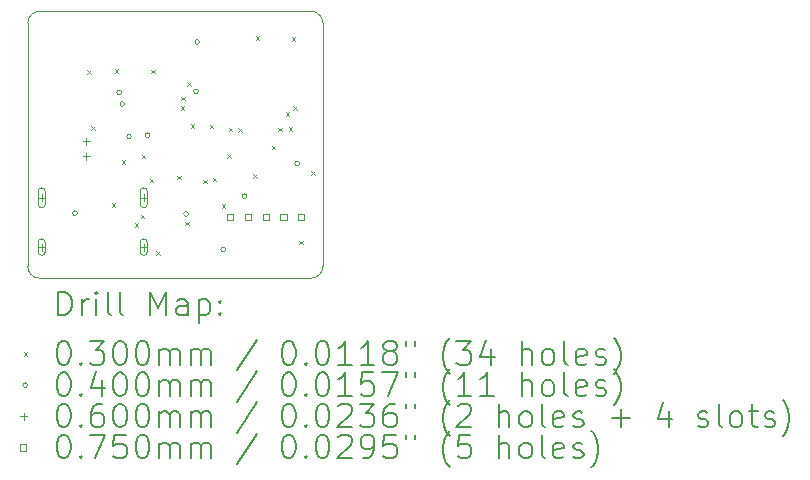
<source format=gbr>
%TF.GenerationSoftware,KiCad,Pcbnew,8.0.5-8.0.5-0~ubuntu22.04.1*%
%TF.CreationDate,2024-10-20T12:43:41-07:00*%
%TF.ProjectId,uSlime,75536c69-6d65-42e6-9b69-6361645f7063,rev?*%
%TF.SameCoordinates,Original*%
%TF.FileFunction,Drillmap*%
%TF.FilePolarity,Positive*%
%FSLAX45Y45*%
G04 Gerber Fmt 4.5, Leading zero omitted, Abs format (unit mm)*
G04 Created by KiCad (PCBNEW 8.0.5-8.0.5-0~ubuntu22.04.1) date 2024-10-20 12:43:41*
%MOMM*%
%LPD*%
G01*
G04 APERTURE LIST*
%ADD10C,0.050000*%
%ADD11C,0.200000*%
%ADD12C,0.100000*%
G04 APERTURE END LIST*
D10*
X12464289Y-8935711D02*
X10165000Y-8935000D01*
X10165000Y-11195000D02*
X12465000Y-11195000D01*
X12565000Y-11095000D02*
X12564289Y-9035711D01*
X10065000Y-9035000D02*
G75*
G02*
X10165000Y-8935000I100000J0D01*
G01*
X10065000Y-9035000D02*
X10065000Y-11095000D01*
X10165000Y-11195000D02*
G75*
G02*
X10065000Y-11095000I0J100000D01*
G01*
X12464289Y-8935711D02*
G75*
G02*
X12564289Y-9035711I1J-99999D01*
G01*
X12565000Y-11095000D02*
G75*
G02*
X12465000Y-11195000I-100000J0D01*
G01*
D11*
D12*
X10570000Y-9435000D02*
X10600000Y-9465000D01*
X10600000Y-9435000D02*
X10570000Y-9465000D01*
X10602500Y-9907500D02*
X10632500Y-9937500D01*
X10632500Y-9907500D02*
X10602500Y-9937500D01*
X10775000Y-10560000D02*
X10805000Y-10590000D01*
X10805000Y-10560000D02*
X10775000Y-10590000D01*
X10800000Y-9425000D02*
X10830000Y-9455000D01*
X10830000Y-9425000D02*
X10800000Y-9455000D01*
X10861000Y-10197300D02*
X10891000Y-10227300D01*
X10891000Y-10197300D02*
X10861000Y-10227300D01*
X10970000Y-10730000D02*
X11000000Y-10760000D01*
X11000000Y-10730000D02*
X10970000Y-10760000D01*
X11020000Y-10660000D02*
X11050000Y-10690000D01*
X11050000Y-10660000D02*
X11020000Y-10690000D01*
X11029633Y-10150000D02*
X11059633Y-10180000D01*
X11059633Y-10150000D02*
X11029633Y-10180000D01*
X11097300Y-10355000D02*
X11127300Y-10385000D01*
X11127300Y-10355000D02*
X11097300Y-10385000D01*
X11110000Y-9430000D02*
X11140000Y-9460000D01*
X11140000Y-9430000D02*
X11110000Y-9460000D01*
X11155000Y-10965000D02*
X11185000Y-10995000D01*
X11185000Y-10965000D02*
X11155000Y-10995000D01*
X11328637Y-10327606D02*
X11358637Y-10357606D01*
X11358637Y-10327606D02*
X11328637Y-10357606D01*
X11361700Y-9740000D02*
X11391700Y-9770000D01*
X11391700Y-9740000D02*
X11361700Y-9770000D01*
X11365000Y-9660000D02*
X11395000Y-9690000D01*
X11395000Y-9660000D02*
X11365000Y-9690000D01*
X11396169Y-10719082D02*
X11426169Y-10749082D01*
X11426169Y-10719082D02*
X11396169Y-10749082D01*
X11417300Y-9535000D02*
X11447300Y-9565000D01*
X11447300Y-9535000D02*
X11417300Y-9565000D01*
X11445403Y-9890403D02*
X11475403Y-9920403D01*
X11475403Y-9890403D02*
X11445403Y-9920403D01*
X11550000Y-10360000D02*
X11580000Y-10390000D01*
X11580000Y-10360000D02*
X11550000Y-10390000D01*
X11605000Y-9896422D02*
X11635000Y-9926422D01*
X11635000Y-9896422D02*
X11605000Y-9926422D01*
X11629401Y-10343007D02*
X11659401Y-10373007D01*
X11659401Y-10343007D02*
X11629401Y-10373007D01*
X11706800Y-10570000D02*
X11736800Y-10600000D01*
X11736800Y-10570000D02*
X11706800Y-10600000D01*
X11752300Y-10145000D02*
X11782300Y-10175000D01*
X11782300Y-10145000D02*
X11752300Y-10175000D01*
X11765000Y-9920000D02*
X11795000Y-9950000D01*
X11795000Y-9920000D02*
X11765000Y-9950000D01*
X11845000Y-9925000D02*
X11875000Y-9955000D01*
X11875000Y-9925000D02*
X11845000Y-9955000D01*
X11975000Y-10313400D02*
X12005000Y-10343400D01*
X12005000Y-10313400D02*
X11975000Y-10343400D01*
X11995000Y-9145000D02*
X12025000Y-9175000D01*
X12025000Y-9145000D02*
X11995000Y-9175000D01*
X12130495Y-10072598D02*
X12160495Y-10102598D01*
X12160495Y-10072598D02*
X12130495Y-10102598D01*
X12187300Y-9922804D02*
X12217300Y-9952804D01*
X12217300Y-9922804D02*
X12187300Y-9952804D01*
X12250800Y-9789037D02*
X12280800Y-9819037D01*
X12280800Y-9789037D02*
X12250800Y-9819037D01*
X12274925Y-9916526D02*
X12304925Y-9946526D01*
X12304925Y-9916526D02*
X12274925Y-9946526D01*
X12300000Y-9155000D02*
X12330000Y-9185000D01*
X12330000Y-9155000D02*
X12300000Y-9185000D01*
X12315000Y-9740000D02*
X12345000Y-9770000D01*
X12345000Y-9740000D02*
X12315000Y-9770000D01*
X12365000Y-10880000D02*
X12395000Y-10910000D01*
X12395000Y-10880000D02*
X12365000Y-10910000D01*
X12467463Y-10290224D02*
X12497463Y-10320224D01*
X12497463Y-10290224D02*
X12467463Y-10320224D01*
X10485000Y-10645000D02*
G75*
G02*
X10445000Y-10645000I-20000J0D01*
G01*
X10445000Y-10645000D02*
G75*
G02*
X10485000Y-10645000I20000J0D01*
G01*
X10860000Y-9625000D02*
G75*
G02*
X10820000Y-9625000I-20000J0D01*
G01*
X10820000Y-9625000D02*
G75*
G02*
X10860000Y-9625000I20000J0D01*
G01*
X10885000Y-9720000D02*
G75*
G02*
X10845000Y-9720000I-20000J0D01*
G01*
X10845000Y-9720000D02*
G75*
G02*
X10885000Y-9720000I20000J0D01*
G01*
X10942300Y-9995000D02*
G75*
G02*
X10902300Y-9995000I-20000J0D01*
G01*
X10902300Y-9995000D02*
G75*
G02*
X10942300Y-9995000I20000J0D01*
G01*
X11100000Y-9985000D02*
G75*
G02*
X11060000Y-9985000I-20000J0D01*
G01*
X11060000Y-9985000D02*
G75*
G02*
X11100000Y-9985000I20000J0D01*
G01*
X11425790Y-10650790D02*
G75*
G02*
X11385790Y-10650790I-20000J0D01*
G01*
X11385790Y-10650790D02*
G75*
G02*
X11425790Y-10650790I20000J0D01*
G01*
X11510000Y-9612300D02*
G75*
G02*
X11470000Y-9612300I-20000J0D01*
G01*
X11470000Y-9612300D02*
G75*
G02*
X11510000Y-9612300I20000J0D01*
G01*
X11520000Y-9195000D02*
G75*
G02*
X11480000Y-9195000I-20000J0D01*
G01*
X11480000Y-9195000D02*
G75*
G02*
X11520000Y-9195000I20000J0D01*
G01*
X11740000Y-10952700D02*
G75*
G02*
X11700000Y-10952700I-20000J0D01*
G01*
X11700000Y-10952700D02*
G75*
G02*
X11740000Y-10952700I20000J0D01*
G01*
X11920000Y-10500000D02*
G75*
G02*
X11880000Y-10500000I-20000J0D01*
G01*
X11880000Y-10500000D02*
G75*
G02*
X11920000Y-10500000I20000J0D01*
G01*
X12366494Y-10226122D02*
G75*
G02*
X12326494Y-10226122I-20000J0D01*
G01*
X12326494Y-10226122D02*
G75*
G02*
X12366494Y-10226122I20000J0D01*
G01*
X10183000Y-10484500D02*
X10183000Y-10544500D01*
X10153000Y-10514500D02*
X10213000Y-10514500D01*
X10153000Y-10459500D02*
X10153000Y-10569500D01*
X10213000Y-10569500D02*
G75*
G02*
X10153000Y-10569500I-30000J0D01*
G01*
X10213000Y-10569500D02*
X10213000Y-10459500D01*
X10213000Y-10459500D02*
G75*
G03*
X10153000Y-10459500I-30000J0D01*
G01*
X10183000Y-10902500D02*
X10183000Y-10962500D01*
X10153000Y-10932500D02*
X10213000Y-10932500D01*
X10153000Y-10892500D02*
X10153000Y-10972500D01*
X10213000Y-10972500D02*
G75*
G02*
X10153000Y-10972500I-30000J0D01*
G01*
X10213000Y-10972500D02*
X10213000Y-10892500D01*
X10213000Y-10892500D02*
G75*
G03*
X10153000Y-10892500I-30000J0D01*
G01*
X10561900Y-10007500D02*
X10561900Y-10067500D01*
X10531900Y-10037500D02*
X10591900Y-10037500D01*
X10561900Y-10132500D02*
X10561900Y-10192500D01*
X10531900Y-10162500D02*
X10591900Y-10162500D01*
X11047000Y-10484500D02*
X11047000Y-10544500D01*
X11017000Y-10514500D02*
X11077000Y-10514500D01*
X11017000Y-10459500D02*
X11017000Y-10569500D01*
X11077000Y-10569500D02*
G75*
G02*
X11017000Y-10569500I-30000J0D01*
G01*
X11077000Y-10569500D02*
X11077000Y-10459500D01*
X11077000Y-10459500D02*
G75*
G03*
X11017000Y-10459500I-30000J0D01*
G01*
X11047000Y-10902500D02*
X11047000Y-10962500D01*
X11017000Y-10932500D02*
X11077000Y-10932500D01*
X11017000Y-10892500D02*
X11017000Y-10972500D01*
X11077000Y-10972500D02*
G75*
G02*
X11017000Y-10972500I-30000J0D01*
G01*
X11077000Y-10972500D02*
X11077000Y-10892500D01*
X11077000Y-10892500D02*
G75*
G03*
X11017000Y-10892500I-30000J0D01*
G01*
X11806017Y-10706517D02*
X11806017Y-10653483D01*
X11752983Y-10653483D01*
X11752983Y-10706517D01*
X11806017Y-10706517D01*
X11956017Y-10706517D02*
X11956017Y-10653483D01*
X11902983Y-10653483D01*
X11902983Y-10706517D01*
X11956017Y-10706517D01*
X12106017Y-10706517D02*
X12106017Y-10653483D01*
X12052983Y-10653483D01*
X12052983Y-10706517D01*
X12106017Y-10706517D01*
X12256017Y-10706517D02*
X12256017Y-10653483D01*
X12202983Y-10653483D01*
X12202983Y-10706517D01*
X12256017Y-10706517D01*
X12406017Y-10706517D02*
X12406017Y-10653483D01*
X12352983Y-10653483D01*
X12352983Y-10706517D01*
X12406017Y-10706517D01*
D11*
X10323277Y-11508984D02*
X10323277Y-11308984D01*
X10323277Y-11308984D02*
X10370896Y-11308984D01*
X10370896Y-11308984D02*
X10399467Y-11318508D01*
X10399467Y-11318508D02*
X10418515Y-11337555D01*
X10418515Y-11337555D02*
X10428039Y-11356603D01*
X10428039Y-11356603D02*
X10437563Y-11394698D01*
X10437563Y-11394698D02*
X10437563Y-11423269D01*
X10437563Y-11423269D02*
X10428039Y-11461365D01*
X10428039Y-11461365D02*
X10418515Y-11480412D01*
X10418515Y-11480412D02*
X10399467Y-11499460D01*
X10399467Y-11499460D02*
X10370896Y-11508984D01*
X10370896Y-11508984D02*
X10323277Y-11508984D01*
X10523277Y-11508984D02*
X10523277Y-11375650D01*
X10523277Y-11413746D02*
X10532801Y-11394698D01*
X10532801Y-11394698D02*
X10542324Y-11385174D01*
X10542324Y-11385174D02*
X10561372Y-11375650D01*
X10561372Y-11375650D02*
X10580420Y-11375650D01*
X10647086Y-11508984D02*
X10647086Y-11375650D01*
X10647086Y-11308984D02*
X10637563Y-11318508D01*
X10637563Y-11318508D02*
X10647086Y-11328031D01*
X10647086Y-11328031D02*
X10656610Y-11318508D01*
X10656610Y-11318508D02*
X10647086Y-11308984D01*
X10647086Y-11308984D02*
X10647086Y-11328031D01*
X10770896Y-11508984D02*
X10751848Y-11499460D01*
X10751848Y-11499460D02*
X10742324Y-11480412D01*
X10742324Y-11480412D02*
X10742324Y-11308984D01*
X10875658Y-11508984D02*
X10856610Y-11499460D01*
X10856610Y-11499460D02*
X10847086Y-11480412D01*
X10847086Y-11480412D02*
X10847086Y-11308984D01*
X11104229Y-11508984D02*
X11104229Y-11308984D01*
X11104229Y-11308984D02*
X11170896Y-11451841D01*
X11170896Y-11451841D02*
X11237562Y-11308984D01*
X11237562Y-11308984D02*
X11237562Y-11508984D01*
X11418515Y-11508984D02*
X11418515Y-11404222D01*
X11418515Y-11404222D02*
X11408991Y-11385174D01*
X11408991Y-11385174D02*
X11389943Y-11375650D01*
X11389943Y-11375650D02*
X11351848Y-11375650D01*
X11351848Y-11375650D02*
X11332801Y-11385174D01*
X11418515Y-11499460D02*
X11399467Y-11508984D01*
X11399467Y-11508984D02*
X11351848Y-11508984D01*
X11351848Y-11508984D02*
X11332801Y-11499460D01*
X11332801Y-11499460D02*
X11323277Y-11480412D01*
X11323277Y-11480412D02*
X11323277Y-11461365D01*
X11323277Y-11461365D02*
X11332801Y-11442317D01*
X11332801Y-11442317D02*
X11351848Y-11432793D01*
X11351848Y-11432793D02*
X11399467Y-11432793D01*
X11399467Y-11432793D02*
X11418515Y-11423269D01*
X11513753Y-11375650D02*
X11513753Y-11575650D01*
X11513753Y-11385174D02*
X11532801Y-11375650D01*
X11532801Y-11375650D02*
X11570896Y-11375650D01*
X11570896Y-11375650D02*
X11589943Y-11385174D01*
X11589943Y-11385174D02*
X11599467Y-11394698D01*
X11599467Y-11394698D02*
X11608991Y-11413746D01*
X11608991Y-11413746D02*
X11608991Y-11470888D01*
X11608991Y-11470888D02*
X11599467Y-11489936D01*
X11599467Y-11489936D02*
X11589943Y-11499460D01*
X11589943Y-11499460D02*
X11570896Y-11508984D01*
X11570896Y-11508984D02*
X11532801Y-11508984D01*
X11532801Y-11508984D02*
X11513753Y-11499460D01*
X11694705Y-11489936D02*
X11704229Y-11499460D01*
X11704229Y-11499460D02*
X11694705Y-11508984D01*
X11694705Y-11508984D02*
X11685182Y-11499460D01*
X11685182Y-11499460D02*
X11694705Y-11489936D01*
X11694705Y-11489936D02*
X11694705Y-11508984D01*
X11694705Y-11385174D02*
X11704229Y-11394698D01*
X11704229Y-11394698D02*
X11694705Y-11404222D01*
X11694705Y-11404222D02*
X11685182Y-11394698D01*
X11685182Y-11394698D02*
X11694705Y-11385174D01*
X11694705Y-11385174D02*
X11694705Y-11404222D01*
D12*
X10032500Y-11822500D02*
X10062500Y-11852500D01*
X10062500Y-11822500D02*
X10032500Y-11852500D01*
D11*
X10361372Y-11728984D02*
X10380420Y-11728984D01*
X10380420Y-11728984D02*
X10399467Y-11738508D01*
X10399467Y-11738508D02*
X10408991Y-11748031D01*
X10408991Y-11748031D02*
X10418515Y-11767079D01*
X10418515Y-11767079D02*
X10428039Y-11805174D01*
X10428039Y-11805174D02*
X10428039Y-11852793D01*
X10428039Y-11852793D02*
X10418515Y-11890888D01*
X10418515Y-11890888D02*
X10408991Y-11909936D01*
X10408991Y-11909936D02*
X10399467Y-11919460D01*
X10399467Y-11919460D02*
X10380420Y-11928984D01*
X10380420Y-11928984D02*
X10361372Y-11928984D01*
X10361372Y-11928984D02*
X10342324Y-11919460D01*
X10342324Y-11919460D02*
X10332801Y-11909936D01*
X10332801Y-11909936D02*
X10323277Y-11890888D01*
X10323277Y-11890888D02*
X10313753Y-11852793D01*
X10313753Y-11852793D02*
X10313753Y-11805174D01*
X10313753Y-11805174D02*
X10323277Y-11767079D01*
X10323277Y-11767079D02*
X10332801Y-11748031D01*
X10332801Y-11748031D02*
X10342324Y-11738508D01*
X10342324Y-11738508D02*
X10361372Y-11728984D01*
X10513753Y-11909936D02*
X10523277Y-11919460D01*
X10523277Y-11919460D02*
X10513753Y-11928984D01*
X10513753Y-11928984D02*
X10504229Y-11919460D01*
X10504229Y-11919460D02*
X10513753Y-11909936D01*
X10513753Y-11909936D02*
X10513753Y-11928984D01*
X10589944Y-11728984D02*
X10713753Y-11728984D01*
X10713753Y-11728984D02*
X10647086Y-11805174D01*
X10647086Y-11805174D02*
X10675658Y-11805174D01*
X10675658Y-11805174D02*
X10694705Y-11814698D01*
X10694705Y-11814698D02*
X10704229Y-11824222D01*
X10704229Y-11824222D02*
X10713753Y-11843269D01*
X10713753Y-11843269D02*
X10713753Y-11890888D01*
X10713753Y-11890888D02*
X10704229Y-11909936D01*
X10704229Y-11909936D02*
X10694705Y-11919460D01*
X10694705Y-11919460D02*
X10675658Y-11928984D01*
X10675658Y-11928984D02*
X10618515Y-11928984D01*
X10618515Y-11928984D02*
X10599467Y-11919460D01*
X10599467Y-11919460D02*
X10589944Y-11909936D01*
X10837563Y-11728984D02*
X10856610Y-11728984D01*
X10856610Y-11728984D02*
X10875658Y-11738508D01*
X10875658Y-11738508D02*
X10885182Y-11748031D01*
X10885182Y-11748031D02*
X10894705Y-11767079D01*
X10894705Y-11767079D02*
X10904229Y-11805174D01*
X10904229Y-11805174D02*
X10904229Y-11852793D01*
X10904229Y-11852793D02*
X10894705Y-11890888D01*
X10894705Y-11890888D02*
X10885182Y-11909936D01*
X10885182Y-11909936D02*
X10875658Y-11919460D01*
X10875658Y-11919460D02*
X10856610Y-11928984D01*
X10856610Y-11928984D02*
X10837563Y-11928984D01*
X10837563Y-11928984D02*
X10818515Y-11919460D01*
X10818515Y-11919460D02*
X10808991Y-11909936D01*
X10808991Y-11909936D02*
X10799467Y-11890888D01*
X10799467Y-11890888D02*
X10789944Y-11852793D01*
X10789944Y-11852793D02*
X10789944Y-11805174D01*
X10789944Y-11805174D02*
X10799467Y-11767079D01*
X10799467Y-11767079D02*
X10808991Y-11748031D01*
X10808991Y-11748031D02*
X10818515Y-11738508D01*
X10818515Y-11738508D02*
X10837563Y-11728984D01*
X11028039Y-11728984D02*
X11047086Y-11728984D01*
X11047086Y-11728984D02*
X11066134Y-11738508D01*
X11066134Y-11738508D02*
X11075658Y-11748031D01*
X11075658Y-11748031D02*
X11085182Y-11767079D01*
X11085182Y-11767079D02*
X11094705Y-11805174D01*
X11094705Y-11805174D02*
X11094705Y-11852793D01*
X11094705Y-11852793D02*
X11085182Y-11890888D01*
X11085182Y-11890888D02*
X11075658Y-11909936D01*
X11075658Y-11909936D02*
X11066134Y-11919460D01*
X11066134Y-11919460D02*
X11047086Y-11928984D01*
X11047086Y-11928984D02*
X11028039Y-11928984D01*
X11028039Y-11928984D02*
X11008991Y-11919460D01*
X11008991Y-11919460D02*
X10999467Y-11909936D01*
X10999467Y-11909936D02*
X10989944Y-11890888D01*
X10989944Y-11890888D02*
X10980420Y-11852793D01*
X10980420Y-11852793D02*
X10980420Y-11805174D01*
X10980420Y-11805174D02*
X10989944Y-11767079D01*
X10989944Y-11767079D02*
X10999467Y-11748031D01*
X10999467Y-11748031D02*
X11008991Y-11738508D01*
X11008991Y-11738508D02*
X11028039Y-11728984D01*
X11180420Y-11928984D02*
X11180420Y-11795650D01*
X11180420Y-11814698D02*
X11189943Y-11805174D01*
X11189943Y-11805174D02*
X11208991Y-11795650D01*
X11208991Y-11795650D02*
X11237563Y-11795650D01*
X11237563Y-11795650D02*
X11256610Y-11805174D01*
X11256610Y-11805174D02*
X11266134Y-11824222D01*
X11266134Y-11824222D02*
X11266134Y-11928984D01*
X11266134Y-11824222D02*
X11275658Y-11805174D01*
X11275658Y-11805174D02*
X11294705Y-11795650D01*
X11294705Y-11795650D02*
X11323277Y-11795650D01*
X11323277Y-11795650D02*
X11342324Y-11805174D01*
X11342324Y-11805174D02*
X11351848Y-11824222D01*
X11351848Y-11824222D02*
X11351848Y-11928984D01*
X11447086Y-11928984D02*
X11447086Y-11795650D01*
X11447086Y-11814698D02*
X11456610Y-11805174D01*
X11456610Y-11805174D02*
X11475658Y-11795650D01*
X11475658Y-11795650D02*
X11504229Y-11795650D01*
X11504229Y-11795650D02*
X11523277Y-11805174D01*
X11523277Y-11805174D02*
X11532801Y-11824222D01*
X11532801Y-11824222D02*
X11532801Y-11928984D01*
X11532801Y-11824222D02*
X11542324Y-11805174D01*
X11542324Y-11805174D02*
X11561372Y-11795650D01*
X11561372Y-11795650D02*
X11589943Y-11795650D01*
X11589943Y-11795650D02*
X11608991Y-11805174D01*
X11608991Y-11805174D02*
X11618515Y-11824222D01*
X11618515Y-11824222D02*
X11618515Y-11928984D01*
X12008991Y-11719460D02*
X11837563Y-11976603D01*
X12266134Y-11728984D02*
X12285182Y-11728984D01*
X12285182Y-11728984D02*
X12304229Y-11738508D01*
X12304229Y-11738508D02*
X12313753Y-11748031D01*
X12313753Y-11748031D02*
X12323277Y-11767079D01*
X12323277Y-11767079D02*
X12332801Y-11805174D01*
X12332801Y-11805174D02*
X12332801Y-11852793D01*
X12332801Y-11852793D02*
X12323277Y-11890888D01*
X12323277Y-11890888D02*
X12313753Y-11909936D01*
X12313753Y-11909936D02*
X12304229Y-11919460D01*
X12304229Y-11919460D02*
X12285182Y-11928984D01*
X12285182Y-11928984D02*
X12266134Y-11928984D01*
X12266134Y-11928984D02*
X12247086Y-11919460D01*
X12247086Y-11919460D02*
X12237563Y-11909936D01*
X12237563Y-11909936D02*
X12228039Y-11890888D01*
X12228039Y-11890888D02*
X12218515Y-11852793D01*
X12218515Y-11852793D02*
X12218515Y-11805174D01*
X12218515Y-11805174D02*
X12228039Y-11767079D01*
X12228039Y-11767079D02*
X12237563Y-11748031D01*
X12237563Y-11748031D02*
X12247086Y-11738508D01*
X12247086Y-11738508D02*
X12266134Y-11728984D01*
X12418515Y-11909936D02*
X12428039Y-11919460D01*
X12428039Y-11919460D02*
X12418515Y-11928984D01*
X12418515Y-11928984D02*
X12408991Y-11919460D01*
X12408991Y-11919460D02*
X12418515Y-11909936D01*
X12418515Y-11909936D02*
X12418515Y-11928984D01*
X12551848Y-11728984D02*
X12570896Y-11728984D01*
X12570896Y-11728984D02*
X12589944Y-11738508D01*
X12589944Y-11738508D02*
X12599467Y-11748031D01*
X12599467Y-11748031D02*
X12608991Y-11767079D01*
X12608991Y-11767079D02*
X12618515Y-11805174D01*
X12618515Y-11805174D02*
X12618515Y-11852793D01*
X12618515Y-11852793D02*
X12608991Y-11890888D01*
X12608991Y-11890888D02*
X12599467Y-11909936D01*
X12599467Y-11909936D02*
X12589944Y-11919460D01*
X12589944Y-11919460D02*
X12570896Y-11928984D01*
X12570896Y-11928984D02*
X12551848Y-11928984D01*
X12551848Y-11928984D02*
X12532801Y-11919460D01*
X12532801Y-11919460D02*
X12523277Y-11909936D01*
X12523277Y-11909936D02*
X12513753Y-11890888D01*
X12513753Y-11890888D02*
X12504229Y-11852793D01*
X12504229Y-11852793D02*
X12504229Y-11805174D01*
X12504229Y-11805174D02*
X12513753Y-11767079D01*
X12513753Y-11767079D02*
X12523277Y-11748031D01*
X12523277Y-11748031D02*
X12532801Y-11738508D01*
X12532801Y-11738508D02*
X12551848Y-11728984D01*
X12808991Y-11928984D02*
X12694706Y-11928984D01*
X12751848Y-11928984D02*
X12751848Y-11728984D01*
X12751848Y-11728984D02*
X12732801Y-11757555D01*
X12732801Y-11757555D02*
X12713753Y-11776603D01*
X12713753Y-11776603D02*
X12694706Y-11786127D01*
X12999467Y-11928984D02*
X12885182Y-11928984D01*
X12942325Y-11928984D02*
X12942325Y-11728984D01*
X12942325Y-11728984D02*
X12923277Y-11757555D01*
X12923277Y-11757555D02*
X12904229Y-11776603D01*
X12904229Y-11776603D02*
X12885182Y-11786127D01*
X13113753Y-11814698D02*
X13094706Y-11805174D01*
X13094706Y-11805174D02*
X13085182Y-11795650D01*
X13085182Y-11795650D02*
X13075658Y-11776603D01*
X13075658Y-11776603D02*
X13075658Y-11767079D01*
X13075658Y-11767079D02*
X13085182Y-11748031D01*
X13085182Y-11748031D02*
X13094706Y-11738508D01*
X13094706Y-11738508D02*
X13113753Y-11728984D01*
X13113753Y-11728984D02*
X13151848Y-11728984D01*
X13151848Y-11728984D02*
X13170896Y-11738508D01*
X13170896Y-11738508D02*
X13180420Y-11748031D01*
X13180420Y-11748031D02*
X13189944Y-11767079D01*
X13189944Y-11767079D02*
X13189944Y-11776603D01*
X13189944Y-11776603D02*
X13180420Y-11795650D01*
X13180420Y-11795650D02*
X13170896Y-11805174D01*
X13170896Y-11805174D02*
X13151848Y-11814698D01*
X13151848Y-11814698D02*
X13113753Y-11814698D01*
X13113753Y-11814698D02*
X13094706Y-11824222D01*
X13094706Y-11824222D02*
X13085182Y-11833746D01*
X13085182Y-11833746D02*
X13075658Y-11852793D01*
X13075658Y-11852793D02*
X13075658Y-11890888D01*
X13075658Y-11890888D02*
X13085182Y-11909936D01*
X13085182Y-11909936D02*
X13094706Y-11919460D01*
X13094706Y-11919460D02*
X13113753Y-11928984D01*
X13113753Y-11928984D02*
X13151848Y-11928984D01*
X13151848Y-11928984D02*
X13170896Y-11919460D01*
X13170896Y-11919460D02*
X13180420Y-11909936D01*
X13180420Y-11909936D02*
X13189944Y-11890888D01*
X13189944Y-11890888D02*
X13189944Y-11852793D01*
X13189944Y-11852793D02*
X13180420Y-11833746D01*
X13180420Y-11833746D02*
X13170896Y-11824222D01*
X13170896Y-11824222D02*
X13151848Y-11814698D01*
X13266134Y-11728984D02*
X13266134Y-11767079D01*
X13342325Y-11728984D02*
X13342325Y-11767079D01*
X13637563Y-12005174D02*
X13628039Y-11995650D01*
X13628039Y-11995650D02*
X13608991Y-11967079D01*
X13608991Y-11967079D02*
X13599468Y-11948031D01*
X13599468Y-11948031D02*
X13589944Y-11919460D01*
X13589944Y-11919460D02*
X13580420Y-11871841D01*
X13580420Y-11871841D02*
X13580420Y-11833746D01*
X13580420Y-11833746D02*
X13589944Y-11786127D01*
X13589944Y-11786127D02*
X13599468Y-11757555D01*
X13599468Y-11757555D02*
X13608991Y-11738508D01*
X13608991Y-11738508D02*
X13628039Y-11709936D01*
X13628039Y-11709936D02*
X13637563Y-11700412D01*
X13694706Y-11728984D02*
X13818515Y-11728984D01*
X13818515Y-11728984D02*
X13751848Y-11805174D01*
X13751848Y-11805174D02*
X13780420Y-11805174D01*
X13780420Y-11805174D02*
X13799468Y-11814698D01*
X13799468Y-11814698D02*
X13808991Y-11824222D01*
X13808991Y-11824222D02*
X13818515Y-11843269D01*
X13818515Y-11843269D02*
X13818515Y-11890888D01*
X13818515Y-11890888D02*
X13808991Y-11909936D01*
X13808991Y-11909936D02*
X13799468Y-11919460D01*
X13799468Y-11919460D02*
X13780420Y-11928984D01*
X13780420Y-11928984D02*
X13723277Y-11928984D01*
X13723277Y-11928984D02*
X13704229Y-11919460D01*
X13704229Y-11919460D02*
X13694706Y-11909936D01*
X13989944Y-11795650D02*
X13989944Y-11928984D01*
X13942325Y-11719460D02*
X13894706Y-11862317D01*
X13894706Y-11862317D02*
X14018515Y-11862317D01*
X14247087Y-11928984D02*
X14247087Y-11728984D01*
X14332801Y-11928984D02*
X14332801Y-11824222D01*
X14332801Y-11824222D02*
X14323277Y-11805174D01*
X14323277Y-11805174D02*
X14304230Y-11795650D01*
X14304230Y-11795650D02*
X14275658Y-11795650D01*
X14275658Y-11795650D02*
X14256610Y-11805174D01*
X14256610Y-11805174D02*
X14247087Y-11814698D01*
X14456610Y-11928984D02*
X14437563Y-11919460D01*
X14437563Y-11919460D02*
X14428039Y-11909936D01*
X14428039Y-11909936D02*
X14418515Y-11890888D01*
X14418515Y-11890888D02*
X14418515Y-11833746D01*
X14418515Y-11833746D02*
X14428039Y-11814698D01*
X14428039Y-11814698D02*
X14437563Y-11805174D01*
X14437563Y-11805174D02*
X14456610Y-11795650D01*
X14456610Y-11795650D02*
X14485182Y-11795650D01*
X14485182Y-11795650D02*
X14504230Y-11805174D01*
X14504230Y-11805174D02*
X14513753Y-11814698D01*
X14513753Y-11814698D02*
X14523277Y-11833746D01*
X14523277Y-11833746D02*
X14523277Y-11890888D01*
X14523277Y-11890888D02*
X14513753Y-11909936D01*
X14513753Y-11909936D02*
X14504230Y-11919460D01*
X14504230Y-11919460D02*
X14485182Y-11928984D01*
X14485182Y-11928984D02*
X14456610Y-11928984D01*
X14637563Y-11928984D02*
X14618515Y-11919460D01*
X14618515Y-11919460D02*
X14608991Y-11900412D01*
X14608991Y-11900412D02*
X14608991Y-11728984D01*
X14789944Y-11919460D02*
X14770896Y-11928984D01*
X14770896Y-11928984D02*
X14732801Y-11928984D01*
X14732801Y-11928984D02*
X14713753Y-11919460D01*
X14713753Y-11919460D02*
X14704230Y-11900412D01*
X14704230Y-11900412D02*
X14704230Y-11824222D01*
X14704230Y-11824222D02*
X14713753Y-11805174D01*
X14713753Y-11805174D02*
X14732801Y-11795650D01*
X14732801Y-11795650D02*
X14770896Y-11795650D01*
X14770896Y-11795650D02*
X14789944Y-11805174D01*
X14789944Y-11805174D02*
X14799468Y-11824222D01*
X14799468Y-11824222D02*
X14799468Y-11843269D01*
X14799468Y-11843269D02*
X14704230Y-11862317D01*
X14875658Y-11919460D02*
X14894706Y-11928984D01*
X14894706Y-11928984D02*
X14932801Y-11928984D01*
X14932801Y-11928984D02*
X14951849Y-11919460D01*
X14951849Y-11919460D02*
X14961372Y-11900412D01*
X14961372Y-11900412D02*
X14961372Y-11890888D01*
X14961372Y-11890888D02*
X14951849Y-11871841D01*
X14951849Y-11871841D02*
X14932801Y-11862317D01*
X14932801Y-11862317D02*
X14904230Y-11862317D01*
X14904230Y-11862317D02*
X14885182Y-11852793D01*
X14885182Y-11852793D02*
X14875658Y-11833746D01*
X14875658Y-11833746D02*
X14875658Y-11824222D01*
X14875658Y-11824222D02*
X14885182Y-11805174D01*
X14885182Y-11805174D02*
X14904230Y-11795650D01*
X14904230Y-11795650D02*
X14932801Y-11795650D01*
X14932801Y-11795650D02*
X14951849Y-11805174D01*
X15028039Y-12005174D02*
X15037563Y-11995650D01*
X15037563Y-11995650D02*
X15056611Y-11967079D01*
X15056611Y-11967079D02*
X15066134Y-11948031D01*
X15066134Y-11948031D02*
X15075658Y-11919460D01*
X15075658Y-11919460D02*
X15085182Y-11871841D01*
X15085182Y-11871841D02*
X15085182Y-11833746D01*
X15085182Y-11833746D02*
X15075658Y-11786127D01*
X15075658Y-11786127D02*
X15066134Y-11757555D01*
X15066134Y-11757555D02*
X15056611Y-11738508D01*
X15056611Y-11738508D02*
X15037563Y-11709936D01*
X15037563Y-11709936D02*
X15028039Y-11700412D01*
D12*
X10062500Y-12101500D02*
G75*
G02*
X10022500Y-12101500I-20000J0D01*
G01*
X10022500Y-12101500D02*
G75*
G02*
X10062500Y-12101500I20000J0D01*
G01*
D11*
X10361372Y-11992984D02*
X10380420Y-11992984D01*
X10380420Y-11992984D02*
X10399467Y-12002508D01*
X10399467Y-12002508D02*
X10408991Y-12012031D01*
X10408991Y-12012031D02*
X10418515Y-12031079D01*
X10418515Y-12031079D02*
X10428039Y-12069174D01*
X10428039Y-12069174D02*
X10428039Y-12116793D01*
X10428039Y-12116793D02*
X10418515Y-12154888D01*
X10418515Y-12154888D02*
X10408991Y-12173936D01*
X10408991Y-12173936D02*
X10399467Y-12183460D01*
X10399467Y-12183460D02*
X10380420Y-12192984D01*
X10380420Y-12192984D02*
X10361372Y-12192984D01*
X10361372Y-12192984D02*
X10342324Y-12183460D01*
X10342324Y-12183460D02*
X10332801Y-12173936D01*
X10332801Y-12173936D02*
X10323277Y-12154888D01*
X10323277Y-12154888D02*
X10313753Y-12116793D01*
X10313753Y-12116793D02*
X10313753Y-12069174D01*
X10313753Y-12069174D02*
X10323277Y-12031079D01*
X10323277Y-12031079D02*
X10332801Y-12012031D01*
X10332801Y-12012031D02*
X10342324Y-12002508D01*
X10342324Y-12002508D02*
X10361372Y-11992984D01*
X10513753Y-12173936D02*
X10523277Y-12183460D01*
X10523277Y-12183460D02*
X10513753Y-12192984D01*
X10513753Y-12192984D02*
X10504229Y-12183460D01*
X10504229Y-12183460D02*
X10513753Y-12173936D01*
X10513753Y-12173936D02*
X10513753Y-12192984D01*
X10694705Y-12059650D02*
X10694705Y-12192984D01*
X10647086Y-11983460D02*
X10599467Y-12126317D01*
X10599467Y-12126317D02*
X10723277Y-12126317D01*
X10837563Y-11992984D02*
X10856610Y-11992984D01*
X10856610Y-11992984D02*
X10875658Y-12002508D01*
X10875658Y-12002508D02*
X10885182Y-12012031D01*
X10885182Y-12012031D02*
X10894705Y-12031079D01*
X10894705Y-12031079D02*
X10904229Y-12069174D01*
X10904229Y-12069174D02*
X10904229Y-12116793D01*
X10904229Y-12116793D02*
X10894705Y-12154888D01*
X10894705Y-12154888D02*
X10885182Y-12173936D01*
X10885182Y-12173936D02*
X10875658Y-12183460D01*
X10875658Y-12183460D02*
X10856610Y-12192984D01*
X10856610Y-12192984D02*
X10837563Y-12192984D01*
X10837563Y-12192984D02*
X10818515Y-12183460D01*
X10818515Y-12183460D02*
X10808991Y-12173936D01*
X10808991Y-12173936D02*
X10799467Y-12154888D01*
X10799467Y-12154888D02*
X10789944Y-12116793D01*
X10789944Y-12116793D02*
X10789944Y-12069174D01*
X10789944Y-12069174D02*
X10799467Y-12031079D01*
X10799467Y-12031079D02*
X10808991Y-12012031D01*
X10808991Y-12012031D02*
X10818515Y-12002508D01*
X10818515Y-12002508D02*
X10837563Y-11992984D01*
X11028039Y-11992984D02*
X11047086Y-11992984D01*
X11047086Y-11992984D02*
X11066134Y-12002508D01*
X11066134Y-12002508D02*
X11075658Y-12012031D01*
X11075658Y-12012031D02*
X11085182Y-12031079D01*
X11085182Y-12031079D02*
X11094705Y-12069174D01*
X11094705Y-12069174D02*
X11094705Y-12116793D01*
X11094705Y-12116793D02*
X11085182Y-12154888D01*
X11085182Y-12154888D02*
X11075658Y-12173936D01*
X11075658Y-12173936D02*
X11066134Y-12183460D01*
X11066134Y-12183460D02*
X11047086Y-12192984D01*
X11047086Y-12192984D02*
X11028039Y-12192984D01*
X11028039Y-12192984D02*
X11008991Y-12183460D01*
X11008991Y-12183460D02*
X10999467Y-12173936D01*
X10999467Y-12173936D02*
X10989944Y-12154888D01*
X10989944Y-12154888D02*
X10980420Y-12116793D01*
X10980420Y-12116793D02*
X10980420Y-12069174D01*
X10980420Y-12069174D02*
X10989944Y-12031079D01*
X10989944Y-12031079D02*
X10999467Y-12012031D01*
X10999467Y-12012031D02*
X11008991Y-12002508D01*
X11008991Y-12002508D02*
X11028039Y-11992984D01*
X11180420Y-12192984D02*
X11180420Y-12059650D01*
X11180420Y-12078698D02*
X11189943Y-12069174D01*
X11189943Y-12069174D02*
X11208991Y-12059650D01*
X11208991Y-12059650D02*
X11237563Y-12059650D01*
X11237563Y-12059650D02*
X11256610Y-12069174D01*
X11256610Y-12069174D02*
X11266134Y-12088222D01*
X11266134Y-12088222D02*
X11266134Y-12192984D01*
X11266134Y-12088222D02*
X11275658Y-12069174D01*
X11275658Y-12069174D02*
X11294705Y-12059650D01*
X11294705Y-12059650D02*
X11323277Y-12059650D01*
X11323277Y-12059650D02*
X11342324Y-12069174D01*
X11342324Y-12069174D02*
X11351848Y-12088222D01*
X11351848Y-12088222D02*
X11351848Y-12192984D01*
X11447086Y-12192984D02*
X11447086Y-12059650D01*
X11447086Y-12078698D02*
X11456610Y-12069174D01*
X11456610Y-12069174D02*
X11475658Y-12059650D01*
X11475658Y-12059650D02*
X11504229Y-12059650D01*
X11504229Y-12059650D02*
X11523277Y-12069174D01*
X11523277Y-12069174D02*
X11532801Y-12088222D01*
X11532801Y-12088222D02*
X11532801Y-12192984D01*
X11532801Y-12088222D02*
X11542324Y-12069174D01*
X11542324Y-12069174D02*
X11561372Y-12059650D01*
X11561372Y-12059650D02*
X11589943Y-12059650D01*
X11589943Y-12059650D02*
X11608991Y-12069174D01*
X11608991Y-12069174D02*
X11618515Y-12088222D01*
X11618515Y-12088222D02*
X11618515Y-12192984D01*
X12008991Y-11983460D02*
X11837563Y-12240603D01*
X12266134Y-11992984D02*
X12285182Y-11992984D01*
X12285182Y-11992984D02*
X12304229Y-12002508D01*
X12304229Y-12002508D02*
X12313753Y-12012031D01*
X12313753Y-12012031D02*
X12323277Y-12031079D01*
X12323277Y-12031079D02*
X12332801Y-12069174D01*
X12332801Y-12069174D02*
X12332801Y-12116793D01*
X12332801Y-12116793D02*
X12323277Y-12154888D01*
X12323277Y-12154888D02*
X12313753Y-12173936D01*
X12313753Y-12173936D02*
X12304229Y-12183460D01*
X12304229Y-12183460D02*
X12285182Y-12192984D01*
X12285182Y-12192984D02*
X12266134Y-12192984D01*
X12266134Y-12192984D02*
X12247086Y-12183460D01*
X12247086Y-12183460D02*
X12237563Y-12173936D01*
X12237563Y-12173936D02*
X12228039Y-12154888D01*
X12228039Y-12154888D02*
X12218515Y-12116793D01*
X12218515Y-12116793D02*
X12218515Y-12069174D01*
X12218515Y-12069174D02*
X12228039Y-12031079D01*
X12228039Y-12031079D02*
X12237563Y-12012031D01*
X12237563Y-12012031D02*
X12247086Y-12002508D01*
X12247086Y-12002508D02*
X12266134Y-11992984D01*
X12418515Y-12173936D02*
X12428039Y-12183460D01*
X12428039Y-12183460D02*
X12418515Y-12192984D01*
X12418515Y-12192984D02*
X12408991Y-12183460D01*
X12408991Y-12183460D02*
X12418515Y-12173936D01*
X12418515Y-12173936D02*
X12418515Y-12192984D01*
X12551848Y-11992984D02*
X12570896Y-11992984D01*
X12570896Y-11992984D02*
X12589944Y-12002508D01*
X12589944Y-12002508D02*
X12599467Y-12012031D01*
X12599467Y-12012031D02*
X12608991Y-12031079D01*
X12608991Y-12031079D02*
X12618515Y-12069174D01*
X12618515Y-12069174D02*
X12618515Y-12116793D01*
X12618515Y-12116793D02*
X12608991Y-12154888D01*
X12608991Y-12154888D02*
X12599467Y-12173936D01*
X12599467Y-12173936D02*
X12589944Y-12183460D01*
X12589944Y-12183460D02*
X12570896Y-12192984D01*
X12570896Y-12192984D02*
X12551848Y-12192984D01*
X12551848Y-12192984D02*
X12532801Y-12183460D01*
X12532801Y-12183460D02*
X12523277Y-12173936D01*
X12523277Y-12173936D02*
X12513753Y-12154888D01*
X12513753Y-12154888D02*
X12504229Y-12116793D01*
X12504229Y-12116793D02*
X12504229Y-12069174D01*
X12504229Y-12069174D02*
X12513753Y-12031079D01*
X12513753Y-12031079D02*
X12523277Y-12012031D01*
X12523277Y-12012031D02*
X12532801Y-12002508D01*
X12532801Y-12002508D02*
X12551848Y-11992984D01*
X12808991Y-12192984D02*
X12694706Y-12192984D01*
X12751848Y-12192984D02*
X12751848Y-11992984D01*
X12751848Y-11992984D02*
X12732801Y-12021555D01*
X12732801Y-12021555D02*
X12713753Y-12040603D01*
X12713753Y-12040603D02*
X12694706Y-12050127D01*
X12989944Y-11992984D02*
X12894706Y-11992984D01*
X12894706Y-11992984D02*
X12885182Y-12088222D01*
X12885182Y-12088222D02*
X12894706Y-12078698D01*
X12894706Y-12078698D02*
X12913753Y-12069174D01*
X12913753Y-12069174D02*
X12961372Y-12069174D01*
X12961372Y-12069174D02*
X12980420Y-12078698D01*
X12980420Y-12078698D02*
X12989944Y-12088222D01*
X12989944Y-12088222D02*
X12999467Y-12107269D01*
X12999467Y-12107269D02*
X12999467Y-12154888D01*
X12999467Y-12154888D02*
X12989944Y-12173936D01*
X12989944Y-12173936D02*
X12980420Y-12183460D01*
X12980420Y-12183460D02*
X12961372Y-12192984D01*
X12961372Y-12192984D02*
X12913753Y-12192984D01*
X12913753Y-12192984D02*
X12894706Y-12183460D01*
X12894706Y-12183460D02*
X12885182Y-12173936D01*
X13066134Y-11992984D02*
X13199467Y-11992984D01*
X13199467Y-11992984D02*
X13113753Y-12192984D01*
X13266134Y-11992984D02*
X13266134Y-12031079D01*
X13342325Y-11992984D02*
X13342325Y-12031079D01*
X13637563Y-12269174D02*
X13628039Y-12259650D01*
X13628039Y-12259650D02*
X13608991Y-12231079D01*
X13608991Y-12231079D02*
X13599468Y-12212031D01*
X13599468Y-12212031D02*
X13589944Y-12183460D01*
X13589944Y-12183460D02*
X13580420Y-12135841D01*
X13580420Y-12135841D02*
X13580420Y-12097746D01*
X13580420Y-12097746D02*
X13589944Y-12050127D01*
X13589944Y-12050127D02*
X13599468Y-12021555D01*
X13599468Y-12021555D02*
X13608991Y-12002508D01*
X13608991Y-12002508D02*
X13628039Y-11973936D01*
X13628039Y-11973936D02*
X13637563Y-11964412D01*
X13818515Y-12192984D02*
X13704229Y-12192984D01*
X13761372Y-12192984D02*
X13761372Y-11992984D01*
X13761372Y-11992984D02*
X13742325Y-12021555D01*
X13742325Y-12021555D02*
X13723277Y-12040603D01*
X13723277Y-12040603D02*
X13704229Y-12050127D01*
X14008991Y-12192984D02*
X13894706Y-12192984D01*
X13951848Y-12192984D02*
X13951848Y-11992984D01*
X13951848Y-11992984D02*
X13932801Y-12021555D01*
X13932801Y-12021555D02*
X13913753Y-12040603D01*
X13913753Y-12040603D02*
X13894706Y-12050127D01*
X14247087Y-12192984D02*
X14247087Y-11992984D01*
X14332801Y-12192984D02*
X14332801Y-12088222D01*
X14332801Y-12088222D02*
X14323277Y-12069174D01*
X14323277Y-12069174D02*
X14304230Y-12059650D01*
X14304230Y-12059650D02*
X14275658Y-12059650D01*
X14275658Y-12059650D02*
X14256610Y-12069174D01*
X14256610Y-12069174D02*
X14247087Y-12078698D01*
X14456610Y-12192984D02*
X14437563Y-12183460D01*
X14437563Y-12183460D02*
X14428039Y-12173936D01*
X14428039Y-12173936D02*
X14418515Y-12154888D01*
X14418515Y-12154888D02*
X14418515Y-12097746D01*
X14418515Y-12097746D02*
X14428039Y-12078698D01*
X14428039Y-12078698D02*
X14437563Y-12069174D01*
X14437563Y-12069174D02*
X14456610Y-12059650D01*
X14456610Y-12059650D02*
X14485182Y-12059650D01*
X14485182Y-12059650D02*
X14504230Y-12069174D01*
X14504230Y-12069174D02*
X14513753Y-12078698D01*
X14513753Y-12078698D02*
X14523277Y-12097746D01*
X14523277Y-12097746D02*
X14523277Y-12154888D01*
X14523277Y-12154888D02*
X14513753Y-12173936D01*
X14513753Y-12173936D02*
X14504230Y-12183460D01*
X14504230Y-12183460D02*
X14485182Y-12192984D01*
X14485182Y-12192984D02*
X14456610Y-12192984D01*
X14637563Y-12192984D02*
X14618515Y-12183460D01*
X14618515Y-12183460D02*
X14608991Y-12164412D01*
X14608991Y-12164412D02*
X14608991Y-11992984D01*
X14789944Y-12183460D02*
X14770896Y-12192984D01*
X14770896Y-12192984D02*
X14732801Y-12192984D01*
X14732801Y-12192984D02*
X14713753Y-12183460D01*
X14713753Y-12183460D02*
X14704230Y-12164412D01*
X14704230Y-12164412D02*
X14704230Y-12088222D01*
X14704230Y-12088222D02*
X14713753Y-12069174D01*
X14713753Y-12069174D02*
X14732801Y-12059650D01*
X14732801Y-12059650D02*
X14770896Y-12059650D01*
X14770896Y-12059650D02*
X14789944Y-12069174D01*
X14789944Y-12069174D02*
X14799468Y-12088222D01*
X14799468Y-12088222D02*
X14799468Y-12107269D01*
X14799468Y-12107269D02*
X14704230Y-12126317D01*
X14875658Y-12183460D02*
X14894706Y-12192984D01*
X14894706Y-12192984D02*
X14932801Y-12192984D01*
X14932801Y-12192984D02*
X14951849Y-12183460D01*
X14951849Y-12183460D02*
X14961372Y-12164412D01*
X14961372Y-12164412D02*
X14961372Y-12154888D01*
X14961372Y-12154888D02*
X14951849Y-12135841D01*
X14951849Y-12135841D02*
X14932801Y-12126317D01*
X14932801Y-12126317D02*
X14904230Y-12126317D01*
X14904230Y-12126317D02*
X14885182Y-12116793D01*
X14885182Y-12116793D02*
X14875658Y-12097746D01*
X14875658Y-12097746D02*
X14875658Y-12088222D01*
X14875658Y-12088222D02*
X14885182Y-12069174D01*
X14885182Y-12069174D02*
X14904230Y-12059650D01*
X14904230Y-12059650D02*
X14932801Y-12059650D01*
X14932801Y-12059650D02*
X14951849Y-12069174D01*
X15028039Y-12269174D02*
X15037563Y-12259650D01*
X15037563Y-12259650D02*
X15056611Y-12231079D01*
X15056611Y-12231079D02*
X15066134Y-12212031D01*
X15066134Y-12212031D02*
X15075658Y-12183460D01*
X15075658Y-12183460D02*
X15085182Y-12135841D01*
X15085182Y-12135841D02*
X15085182Y-12097746D01*
X15085182Y-12097746D02*
X15075658Y-12050127D01*
X15075658Y-12050127D02*
X15066134Y-12021555D01*
X15066134Y-12021555D02*
X15056611Y-12002508D01*
X15056611Y-12002508D02*
X15037563Y-11973936D01*
X15037563Y-11973936D02*
X15028039Y-11964412D01*
D12*
X10032500Y-12335500D02*
X10032500Y-12395500D01*
X10002500Y-12365500D02*
X10062500Y-12365500D01*
D11*
X10361372Y-12256984D02*
X10380420Y-12256984D01*
X10380420Y-12256984D02*
X10399467Y-12266508D01*
X10399467Y-12266508D02*
X10408991Y-12276031D01*
X10408991Y-12276031D02*
X10418515Y-12295079D01*
X10418515Y-12295079D02*
X10428039Y-12333174D01*
X10428039Y-12333174D02*
X10428039Y-12380793D01*
X10428039Y-12380793D02*
X10418515Y-12418888D01*
X10418515Y-12418888D02*
X10408991Y-12437936D01*
X10408991Y-12437936D02*
X10399467Y-12447460D01*
X10399467Y-12447460D02*
X10380420Y-12456984D01*
X10380420Y-12456984D02*
X10361372Y-12456984D01*
X10361372Y-12456984D02*
X10342324Y-12447460D01*
X10342324Y-12447460D02*
X10332801Y-12437936D01*
X10332801Y-12437936D02*
X10323277Y-12418888D01*
X10323277Y-12418888D02*
X10313753Y-12380793D01*
X10313753Y-12380793D02*
X10313753Y-12333174D01*
X10313753Y-12333174D02*
X10323277Y-12295079D01*
X10323277Y-12295079D02*
X10332801Y-12276031D01*
X10332801Y-12276031D02*
X10342324Y-12266508D01*
X10342324Y-12266508D02*
X10361372Y-12256984D01*
X10513753Y-12437936D02*
X10523277Y-12447460D01*
X10523277Y-12447460D02*
X10513753Y-12456984D01*
X10513753Y-12456984D02*
X10504229Y-12447460D01*
X10504229Y-12447460D02*
X10513753Y-12437936D01*
X10513753Y-12437936D02*
X10513753Y-12456984D01*
X10694705Y-12256984D02*
X10656610Y-12256984D01*
X10656610Y-12256984D02*
X10637563Y-12266508D01*
X10637563Y-12266508D02*
X10628039Y-12276031D01*
X10628039Y-12276031D02*
X10608991Y-12304603D01*
X10608991Y-12304603D02*
X10599467Y-12342698D01*
X10599467Y-12342698D02*
X10599467Y-12418888D01*
X10599467Y-12418888D02*
X10608991Y-12437936D01*
X10608991Y-12437936D02*
X10618515Y-12447460D01*
X10618515Y-12447460D02*
X10637563Y-12456984D01*
X10637563Y-12456984D02*
X10675658Y-12456984D01*
X10675658Y-12456984D02*
X10694705Y-12447460D01*
X10694705Y-12447460D02*
X10704229Y-12437936D01*
X10704229Y-12437936D02*
X10713753Y-12418888D01*
X10713753Y-12418888D02*
X10713753Y-12371269D01*
X10713753Y-12371269D02*
X10704229Y-12352222D01*
X10704229Y-12352222D02*
X10694705Y-12342698D01*
X10694705Y-12342698D02*
X10675658Y-12333174D01*
X10675658Y-12333174D02*
X10637563Y-12333174D01*
X10637563Y-12333174D02*
X10618515Y-12342698D01*
X10618515Y-12342698D02*
X10608991Y-12352222D01*
X10608991Y-12352222D02*
X10599467Y-12371269D01*
X10837563Y-12256984D02*
X10856610Y-12256984D01*
X10856610Y-12256984D02*
X10875658Y-12266508D01*
X10875658Y-12266508D02*
X10885182Y-12276031D01*
X10885182Y-12276031D02*
X10894705Y-12295079D01*
X10894705Y-12295079D02*
X10904229Y-12333174D01*
X10904229Y-12333174D02*
X10904229Y-12380793D01*
X10904229Y-12380793D02*
X10894705Y-12418888D01*
X10894705Y-12418888D02*
X10885182Y-12437936D01*
X10885182Y-12437936D02*
X10875658Y-12447460D01*
X10875658Y-12447460D02*
X10856610Y-12456984D01*
X10856610Y-12456984D02*
X10837563Y-12456984D01*
X10837563Y-12456984D02*
X10818515Y-12447460D01*
X10818515Y-12447460D02*
X10808991Y-12437936D01*
X10808991Y-12437936D02*
X10799467Y-12418888D01*
X10799467Y-12418888D02*
X10789944Y-12380793D01*
X10789944Y-12380793D02*
X10789944Y-12333174D01*
X10789944Y-12333174D02*
X10799467Y-12295079D01*
X10799467Y-12295079D02*
X10808991Y-12276031D01*
X10808991Y-12276031D02*
X10818515Y-12266508D01*
X10818515Y-12266508D02*
X10837563Y-12256984D01*
X11028039Y-12256984D02*
X11047086Y-12256984D01*
X11047086Y-12256984D02*
X11066134Y-12266508D01*
X11066134Y-12266508D02*
X11075658Y-12276031D01*
X11075658Y-12276031D02*
X11085182Y-12295079D01*
X11085182Y-12295079D02*
X11094705Y-12333174D01*
X11094705Y-12333174D02*
X11094705Y-12380793D01*
X11094705Y-12380793D02*
X11085182Y-12418888D01*
X11085182Y-12418888D02*
X11075658Y-12437936D01*
X11075658Y-12437936D02*
X11066134Y-12447460D01*
X11066134Y-12447460D02*
X11047086Y-12456984D01*
X11047086Y-12456984D02*
X11028039Y-12456984D01*
X11028039Y-12456984D02*
X11008991Y-12447460D01*
X11008991Y-12447460D02*
X10999467Y-12437936D01*
X10999467Y-12437936D02*
X10989944Y-12418888D01*
X10989944Y-12418888D02*
X10980420Y-12380793D01*
X10980420Y-12380793D02*
X10980420Y-12333174D01*
X10980420Y-12333174D02*
X10989944Y-12295079D01*
X10989944Y-12295079D02*
X10999467Y-12276031D01*
X10999467Y-12276031D02*
X11008991Y-12266508D01*
X11008991Y-12266508D02*
X11028039Y-12256984D01*
X11180420Y-12456984D02*
X11180420Y-12323650D01*
X11180420Y-12342698D02*
X11189943Y-12333174D01*
X11189943Y-12333174D02*
X11208991Y-12323650D01*
X11208991Y-12323650D02*
X11237563Y-12323650D01*
X11237563Y-12323650D02*
X11256610Y-12333174D01*
X11256610Y-12333174D02*
X11266134Y-12352222D01*
X11266134Y-12352222D02*
X11266134Y-12456984D01*
X11266134Y-12352222D02*
X11275658Y-12333174D01*
X11275658Y-12333174D02*
X11294705Y-12323650D01*
X11294705Y-12323650D02*
X11323277Y-12323650D01*
X11323277Y-12323650D02*
X11342324Y-12333174D01*
X11342324Y-12333174D02*
X11351848Y-12352222D01*
X11351848Y-12352222D02*
X11351848Y-12456984D01*
X11447086Y-12456984D02*
X11447086Y-12323650D01*
X11447086Y-12342698D02*
X11456610Y-12333174D01*
X11456610Y-12333174D02*
X11475658Y-12323650D01*
X11475658Y-12323650D02*
X11504229Y-12323650D01*
X11504229Y-12323650D02*
X11523277Y-12333174D01*
X11523277Y-12333174D02*
X11532801Y-12352222D01*
X11532801Y-12352222D02*
X11532801Y-12456984D01*
X11532801Y-12352222D02*
X11542324Y-12333174D01*
X11542324Y-12333174D02*
X11561372Y-12323650D01*
X11561372Y-12323650D02*
X11589943Y-12323650D01*
X11589943Y-12323650D02*
X11608991Y-12333174D01*
X11608991Y-12333174D02*
X11618515Y-12352222D01*
X11618515Y-12352222D02*
X11618515Y-12456984D01*
X12008991Y-12247460D02*
X11837563Y-12504603D01*
X12266134Y-12256984D02*
X12285182Y-12256984D01*
X12285182Y-12256984D02*
X12304229Y-12266508D01*
X12304229Y-12266508D02*
X12313753Y-12276031D01*
X12313753Y-12276031D02*
X12323277Y-12295079D01*
X12323277Y-12295079D02*
X12332801Y-12333174D01*
X12332801Y-12333174D02*
X12332801Y-12380793D01*
X12332801Y-12380793D02*
X12323277Y-12418888D01*
X12323277Y-12418888D02*
X12313753Y-12437936D01*
X12313753Y-12437936D02*
X12304229Y-12447460D01*
X12304229Y-12447460D02*
X12285182Y-12456984D01*
X12285182Y-12456984D02*
X12266134Y-12456984D01*
X12266134Y-12456984D02*
X12247086Y-12447460D01*
X12247086Y-12447460D02*
X12237563Y-12437936D01*
X12237563Y-12437936D02*
X12228039Y-12418888D01*
X12228039Y-12418888D02*
X12218515Y-12380793D01*
X12218515Y-12380793D02*
X12218515Y-12333174D01*
X12218515Y-12333174D02*
X12228039Y-12295079D01*
X12228039Y-12295079D02*
X12237563Y-12276031D01*
X12237563Y-12276031D02*
X12247086Y-12266508D01*
X12247086Y-12266508D02*
X12266134Y-12256984D01*
X12418515Y-12437936D02*
X12428039Y-12447460D01*
X12428039Y-12447460D02*
X12418515Y-12456984D01*
X12418515Y-12456984D02*
X12408991Y-12447460D01*
X12408991Y-12447460D02*
X12418515Y-12437936D01*
X12418515Y-12437936D02*
X12418515Y-12456984D01*
X12551848Y-12256984D02*
X12570896Y-12256984D01*
X12570896Y-12256984D02*
X12589944Y-12266508D01*
X12589944Y-12266508D02*
X12599467Y-12276031D01*
X12599467Y-12276031D02*
X12608991Y-12295079D01*
X12608991Y-12295079D02*
X12618515Y-12333174D01*
X12618515Y-12333174D02*
X12618515Y-12380793D01*
X12618515Y-12380793D02*
X12608991Y-12418888D01*
X12608991Y-12418888D02*
X12599467Y-12437936D01*
X12599467Y-12437936D02*
X12589944Y-12447460D01*
X12589944Y-12447460D02*
X12570896Y-12456984D01*
X12570896Y-12456984D02*
X12551848Y-12456984D01*
X12551848Y-12456984D02*
X12532801Y-12447460D01*
X12532801Y-12447460D02*
X12523277Y-12437936D01*
X12523277Y-12437936D02*
X12513753Y-12418888D01*
X12513753Y-12418888D02*
X12504229Y-12380793D01*
X12504229Y-12380793D02*
X12504229Y-12333174D01*
X12504229Y-12333174D02*
X12513753Y-12295079D01*
X12513753Y-12295079D02*
X12523277Y-12276031D01*
X12523277Y-12276031D02*
X12532801Y-12266508D01*
X12532801Y-12266508D02*
X12551848Y-12256984D01*
X12694706Y-12276031D02*
X12704229Y-12266508D01*
X12704229Y-12266508D02*
X12723277Y-12256984D01*
X12723277Y-12256984D02*
X12770896Y-12256984D01*
X12770896Y-12256984D02*
X12789944Y-12266508D01*
X12789944Y-12266508D02*
X12799467Y-12276031D01*
X12799467Y-12276031D02*
X12808991Y-12295079D01*
X12808991Y-12295079D02*
X12808991Y-12314127D01*
X12808991Y-12314127D02*
X12799467Y-12342698D01*
X12799467Y-12342698D02*
X12685182Y-12456984D01*
X12685182Y-12456984D02*
X12808991Y-12456984D01*
X12875658Y-12256984D02*
X12999467Y-12256984D01*
X12999467Y-12256984D02*
X12932801Y-12333174D01*
X12932801Y-12333174D02*
X12961372Y-12333174D01*
X12961372Y-12333174D02*
X12980420Y-12342698D01*
X12980420Y-12342698D02*
X12989944Y-12352222D01*
X12989944Y-12352222D02*
X12999467Y-12371269D01*
X12999467Y-12371269D02*
X12999467Y-12418888D01*
X12999467Y-12418888D02*
X12989944Y-12437936D01*
X12989944Y-12437936D02*
X12980420Y-12447460D01*
X12980420Y-12447460D02*
X12961372Y-12456984D01*
X12961372Y-12456984D02*
X12904229Y-12456984D01*
X12904229Y-12456984D02*
X12885182Y-12447460D01*
X12885182Y-12447460D02*
X12875658Y-12437936D01*
X13170896Y-12256984D02*
X13132801Y-12256984D01*
X13132801Y-12256984D02*
X13113753Y-12266508D01*
X13113753Y-12266508D02*
X13104229Y-12276031D01*
X13104229Y-12276031D02*
X13085182Y-12304603D01*
X13085182Y-12304603D02*
X13075658Y-12342698D01*
X13075658Y-12342698D02*
X13075658Y-12418888D01*
X13075658Y-12418888D02*
X13085182Y-12437936D01*
X13085182Y-12437936D02*
X13094706Y-12447460D01*
X13094706Y-12447460D02*
X13113753Y-12456984D01*
X13113753Y-12456984D02*
X13151848Y-12456984D01*
X13151848Y-12456984D02*
X13170896Y-12447460D01*
X13170896Y-12447460D02*
X13180420Y-12437936D01*
X13180420Y-12437936D02*
X13189944Y-12418888D01*
X13189944Y-12418888D02*
X13189944Y-12371269D01*
X13189944Y-12371269D02*
X13180420Y-12352222D01*
X13180420Y-12352222D02*
X13170896Y-12342698D01*
X13170896Y-12342698D02*
X13151848Y-12333174D01*
X13151848Y-12333174D02*
X13113753Y-12333174D01*
X13113753Y-12333174D02*
X13094706Y-12342698D01*
X13094706Y-12342698D02*
X13085182Y-12352222D01*
X13085182Y-12352222D02*
X13075658Y-12371269D01*
X13266134Y-12256984D02*
X13266134Y-12295079D01*
X13342325Y-12256984D02*
X13342325Y-12295079D01*
X13637563Y-12533174D02*
X13628039Y-12523650D01*
X13628039Y-12523650D02*
X13608991Y-12495079D01*
X13608991Y-12495079D02*
X13599468Y-12476031D01*
X13599468Y-12476031D02*
X13589944Y-12447460D01*
X13589944Y-12447460D02*
X13580420Y-12399841D01*
X13580420Y-12399841D02*
X13580420Y-12361746D01*
X13580420Y-12361746D02*
X13589944Y-12314127D01*
X13589944Y-12314127D02*
X13599468Y-12285555D01*
X13599468Y-12285555D02*
X13608991Y-12266508D01*
X13608991Y-12266508D02*
X13628039Y-12237936D01*
X13628039Y-12237936D02*
X13637563Y-12228412D01*
X13704229Y-12276031D02*
X13713753Y-12266508D01*
X13713753Y-12266508D02*
X13732801Y-12256984D01*
X13732801Y-12256984D02*
X13780420Y-12256984D01*
X13780420Y-12256984D02*
X13799468Y-12266508D01*
X13799468Y-12266508D02*
X13808991Y-12276031D01*
X13808991Y-12276031D02*
X13818515Y-12295079D01*
X13818515Y-12295079D02*
X13818515Y-12314127D01*
X13818515Y-12314127D02*
X13808991Y-12342698D01*
X13808991Y-12342698D02*
X13694706Y-12456984D01*
X13694706Y-12456984D02*
X13818515Y-12456984D01*
X14056610Y-12456984D02*
X14056610Y-12256984D01*
X14142325Y-12456984D02*
X14142325Y-12352222D01*
X14142325Y-12352222D02*
X14132801Y-12333174D01*
X14132801Y-12333174D02*
X14113753Y-12323650D01*
X14113753Y-12323650D02*
X14085182Y-12323650D01*
X14085182Y-12323650D02*
X14066134Y-12333174D01*
X14066134Y-12333174D02*
X14056610Y-12342698D01*
X14266134Y-12456984D02*
X14247087Y-12447460D01*
X14247087Y-12447460D02*
X14237563Y-12437936D01*
X14237563Y-12437936D02*
X14228039Y-12418888D01*
X14228039Y-12418888D02*
X14228039Y-12361746D01*
X14228039Y-12361746D02*
X14237563Y-12342698D01*
X14237563Y-12342698D02*
X14247087Y-12333174D01*
X14247087Y-12333174D02*
X14266134Y-12323650D01*
X14266134Y-12323650D02*
X14294706Y-12323650D01*
X14294706Y-12323650D02*
X14313753Y-12333174D01*
X14313753Y-12333174D02*
X14323277Y-12342698D01*
X14323277Y-12342698D02*
X14332801Y-12361746D01*
X14332801Y-12361746D02*
X14332801Y-12418888D01*
X14332801Y-12418888D02*
X14323277Y-12437936D01*
X14323277Y-12437936D02*
X14313753Y-12447460D01*
X14313753Y-12447460D02*
X14294706Y-12456984D01*
X14294706Y-12456984D02*
X14266134Y-12456984D01*
X14447087Y-12456984D02*
X14428039Y-12447460D01*
X14428039Y-12447460D02*
X14418515Y-12428412D01*
X14418515Y-12428412D02*
X14418515Y-12256984D01*
X14599468Y-12447460D02*
X14580420Y-12456984D01*
X14580420Y-12456984D02*
X14542325Y-12456984D01*
X14542325Y-12456984D02*
X14523277Y-12447460D01*
X14523277Y-12447460D02*
X14513753Y-12428412D01*
X14513753Y-12428412D02*
X14513753Y-12352222D01*
X14513753Y-12352222D02*
X14523277Y-12333174D01*
X14523277Y-12333174D02*
X14542325Y-12323650D01*
X14542325Y-12323650D02*
X14580420Y-12323650D01*
X14580420Y-12323650D02*
X14599468Y-12333174D01*
X14599468Y-12333174D02*
X14608991Y-12352222D01*
X14608991Y-12352222D02*
X14608991Y-12371269D01*
X14608991Y-12371269D02*
X14513753Y-12390317D01*
X14685182Y-12447460D02*
X14704230Y-12456984D01*
X14704230Y-12456984D02*
X14742325Y-12456984D01*
X14742325Y-12456984D02*
X14761372Y-12447460D01*
X14761372Y-12447460D02*
X14770896Y-12428412D01*
X14770896Y-12428412D02*
X14770896Y-12418888D01*
X14770896Y-12418888D02*
X14761372Y-12399841D01*
X14761372Y-12399841D02*
X14742325Y-12390317D01*
X14742325Y-12390317D02*
X14713753Y-12390317D01*
X14713753Y-12390317D02*
X14694706Y-12380793D01*
X14694706Y-12380793D02*
X14685182Y-12361746D01*
X14685182Y-12361746D02*
X14685182Y-12352222D01*
X14685182Y-12352222D02*
X14694706Y-12333174D01*
X14694706Y-12333174D02*
X14713753Y-12323650D01*
X14713753Y-12323650D02*
X14742325Y-12323650D01*
X14742325Y-12323650D02*
X14761372Y-12333174D01*
X15008992Y-12380793D02*
X15161373Y-12380793D01*
X15085182Y-12456984D02*
X15085182Y-12304603D01*
X15494706Y-12323650D02*
X15494706Y-12456984D01*
X15447087Y-12247460D02*
X15399468Y-12390317D01*
X15399468Y-12390317D02*
X15523277Y-12390317D01*
X15742325Y-12447460D02*
X15761373Y-12456984D01*
X15761373Y-12456984D02*
X15799468Y-12456984D01*
X15799468Y-12456984D02*
X15818515Y-12447460D01*
X15818515Y-12447460D02*
X15828039Y-12428412D01*
X15828039Y-12428412D02*
X15828039Y-12418888D01*
X15828039Y-12418888D02*
X15818515Y-12399841D01*
X15818515Y-12399841D02*
X15799468Y-12390317D01*
X15799468Y-12390317D02*
X15770896Y-12390317D01*
X15770896Y-12390317D02*
X15751849Y-12380793D01*
X15751849Y-12380793D02*
X15742325Y-12361746D01*
X15742325Y-12361746D02*
X15742325Y-12352222D01*
X15742325Y-12352222D02*
X15751849Y-12333174D01*
X15751849Y-12333174D02*
X15770896Y-12323650D01*
X15770896Y-12323650D02*
X15799468Y-12323650D01*
X15799468Y-12323650D02*
X15818515Y-12333174D01*
X15942325Y-12456984D02*
X15923277Y-12447460D01*
X15923277Y-12447460D02*
X15913754Y-12428412D01*
X15913754Y-12428412D02*
X15913754Y-12256984D01*
X16047087Y-12456984D02*
X16028039Y-12447460D01*
X16028039Y-12447460D02*
X16018515Y-12437936D01*
X16018515Y-12437936D02*
X16008992Y-12418888D01*
X16008992Y-12418888D02*
X16008992Y-12361746D01*
X16008992Y-12361746D02*
X16018515Y-12342698D01*
X16018515Y-12342698D02*
X16028039Y-12333174D01*
X16028039Y-12333174D02*
X16047087Y-12323650D01*
X16047087Y-12323650D02*
X16075658Y-12323650D01*
X16075658Y-12323650D02*
X16094706Y-12333174D01*
X16094706Y-12333174D02*
X16104230Y-12342698D01*
X16104230Y-12342698D02*
X16113754Y-12361746D01*
X16113754Y-12361746D02*
X16113754Y-12418888D01*
X16113754Y-12418888D02*
X16104230Y-12437936D01*
X16104230Y-12437936D02*
X16094706Y-12447460D01*
X16094706Y-12447460D02*
X16075658Y-12456984D01*
X16075658Y-12456984D02*
X16047087Y-12456984D01*
X16170896Y-12323650D02*
X16247087Y-12323650D01*
X16199468Y-12256984D02*
X16199468Y-12428412D01*
X16199468Y-12428412D02*
X16208992Y-12447460D01*
X16208992Y-12447460D02*
X16228039Y-12456984D01*
X16228039Y-12456984D02*
X16247087Y-12456984D01*
X16304230Y-12447460D02*
X16323277Y-12456984D01*
X16323277Y-12456984D02*
X16361373Y-12456984D01*
X16361373Y-12456984D02*
X16380420Y-12447460D01*
X16380420Y-12447460D02*
X16389944Y-12428412D01*
X16389944Y-12428412D02*
X16389944Y-12418888D01*
X16389944Y-12418888D02*
X16380420Y-12399841D01*
X16380420Y-12399841D02*
X16361373Y-12390317D01*
X16361373Y-12390317D02*
X16332801Y-12390317D01*
X16332801Y-12390317D02*
X16313754Y-12380793D01*
X16313754Y-12380793D02*
X16304230Y-12361746D01*
X16304230Y-12361746D02*
X16304230Y-12352222D01*
X16304230Y-12352222D02*
X16313754Y-12333174D01*
X16313754Y-12333174D02*
X16332801Y-12323650D01*
X16332801Y-12323650D02*
X16361373Y-12323650D01*
X16361373Y-12323650D02*
X16380420Y-12333174D01*
X16456611Y-12533174D02*
X16466135Y-12523650D01*
X16466135Y-12523650D02*
X16485182Y-12495079D01*
X16485182Y-12495079D02*
X16494706Y-12476031D01*
X16494706Y-12476031D02*
X16504230Y-12447460D01*
X16504230Y-12447460D02*
X16513754Y-12399841D01*
X16513754Y-12399841D02*
X16513754Y-12361746D01*
X16513754Y-12361746D02*
X16504230Y-12314127D01*
X16504230Y-12314127D02*
X16494706Y-12285555D01*
X16494706Y-12285555D02*
X16485182Y-12266508D01*
X16485182Y-12266508D02*
X16466135Y-12237936D01*
X16466135Y-12237936D02*
X16456611Y-12228412D01*
D12*
X10051517Y-12656017D02*
X10051517Y-12602983D01*
X9998483Y-12602983D01*
X9998483Y-12656017D01*
X10051517Y-12656017D01*
D11*
X10361372Y-12520984D02*
X10380420Y-12520984D01*
X10380420Y-12520984D02*
X10399467Y-12530508D01*
X10399467Y-12530508D02*
X10408991Y-12540031D01*
X10408991Y-12540031D02*
X10418515Y-12559079D01*
X10418515Y-12559079D02*
X10428039Y-12597174D01*
X10428039Y-12597174D02*
X10428039Y-12644793D01*
X10428039Y-12644793D02*
X10418515Y-12682888D01*
X10418515Y-12682888D02*
X10408991Y-12701936D01*
X10408991Y-12701936D02*
X10399467Y-12711460D01*
X10399467Y-12711460D02*
X10380420Y-12720984D01*
X10380420Y-12720984D02*
X10361372Y-12720984D01*
X10361372Y-12720984D02*
X10342324Y-12711460D01*
X10342324Y-12711460D02*
X10332801Y-12701936D01*
X10332801Y-12701936D02*
X10323277Y-12682888D01*
X10323277Y-12682888D02*
X10313753Y-12644793D01*
X10313753Y-12644793D02*
X10313753Y-12597174D01*
X10313753Y-12597174D02*
X10323277Y-12559079D01*
X10323277Y-12559079D02*
X10332801Y-12540031D01*
X10332801Y-12540031D02*
X10342324Y-12530508D01*
X10342324Y-12530508D02*
X10361372Y-12520984D01*
X10513753Y-12701936D02*
X10523277Y-12711460D01*
X10523277Y-12711460D02*
X10513753Y-12720984D01*
X10513753Y-12720984D02*
X10504229Y-12711460D01*
X10504229Y-12711460D02*
X10513753Y-12701936D01*
X10513753Y-12701936D02*
X10513753Y-12720984D01*
X10589944Y-12520984D02*
X10723277Y-12520984D01*
X10723277Y-12520984D02*
X10637563Y-12720984D01*
X10894705Y-12520984D02*
X10799467Y-12520984D01*
X10799467Y-12520984D02*
X10789944Y-12616222D01*
X10789944Y-12616222D02*
X10799467Y-12606698D01*
X10799467Y-12606698D02*
X10818515Y-12597174D01*
X10818515Y-12597174D02*
X10866134Y-12597174D01*
X10866134Y-12597174D02*
X10885182Y-12606698D01*
X10885182Y-12606698D02*
X10894705Y-12616222D01*
X10894705Y-12616222D02*
X10904229Y-12635269D01*
X10904229Y-12635269D02*
X10904229Y-12682888D01*
X10904229Y-12682888D02*
X10894705Y-12701936D01*
X10894705Y-12701936D02*
X10885182Y-12711460D01*
X10885182Y-12711460D02*
X10866134Y-12720984D01*
X10866134Y-12720984D02*
X10818515Y-12720984D01*
X10818515Y-12720984D02*
X10799467Y-12711460D01*
X10799467Y-12711460D02*
X10789944Y-12701936D01*
X11028039Y-12520984D02*
X11047086Y-12520984D01*
X11047086Y-12520984D02*
X11066134Y-12530508D01*
X11066134Y-12530508D02*
X11075658Y-12540031D01*
X11075658Y-12540031D02*
X11085182Y-12559079D01*
X11085182Y-12559079D02*
X11094705Y-12597174D01*
X11094705Y-12597174D02*
X11094705Y-12644793D01*
X11094705Y-12644793D02*
X11085182Y-12682888D01*
X11085182Y-12682888D02*
X11075658Y-12701936D01*
X11075658Y-12701936D02*
X11066134Y-12711460D01*
X11066134Y-12711460D02*
X11047086Y-12720984D01*
X11047086Y-12720984D02*
X11028039Y-12720984D01*
X11028039Y-12720984D02*
X11008991Y-12711460D01*
X11008991Y-12711460D02*
X10999467Y-12701936D01*
X10999467Y-12701936D02*
X10989944Y-12682888D01*
X10989944Y-12682888D02*
X10980420Y-12644793D01*
X10980420Y-12644793D02*
X10980420Y-12597174D01*
X10980420Y-12597174D02*
X10989944Y-12559079D01*
X10989944Y-12559079D02*
X10999467Y-12540031D01*
X10999467Y-12540031D02*
X11008991Y-12530508D01*
X11008991Y-12530508D02*
X11028039Y-12520984D01*
X11180420Y-12720984D02*
X11180420Y-12587650D01*
X11180420Y-12606698D02*
X11189943Y-12597174D01*
X11189943Y-12597174D02*
X11208991Y-12587650D01*
X11208991Y-12587650D02*
X11237563Y-12587650D01*
X11237563Y-12587650D02*
X11256610Y-12597174D01*
X11256610Y-12597174D02*
X11266134Y-12616222D01*
X11266134Y-12616222D02*
X11266134Y-12720984D01*
X11266134Y-12616222D02*
X11275658Y-12597174D01*
X11275658Y-12597174D02*
X11294705Y-12587650D01*
X11294705Y-12587650D02*
X11323277Y-12587650D01*
X11323277Y-12587650D02*
X11342324Y-12597174D01*
X11342324Y-12597174D02*
X11351848Y-12616222D01*
X11351848Y-12616222D02*
X11351848Y-12720984D01*
X11447086Y-12720984D02*
X11447086Y-12587650D01*
X11447086Y-12606698D02*
X11456610Y-12597174D01*
X11456610Y-12597174D02*
X11475658Y-12587650D01*
X11475658Y-12587650D02*
X11504229Y-12587650D01*
X11504229Y-12587650D02*
X11523277Y-12597174D01*
X11523277Y-12597174D02*
X11532801Y-12616222D01*
X11532801Y-12616222D02*
X11532801Y-12720984D01*
X11532801Y-12616222D02*
X11542324Y-12597174D01*
X11542324Y-12597174D02*
X11561372Y-12587650D01*
X11561372Y-12587650D02*
X11589943Y-12587650D01*
X11589943Y-12587650D02*
X11608991Y-12597174D01*
X11608991Y-12597174D02*
X11618515Y-12616222D01*
X11618515Y-12616222D02*
X11618515Y-12720984D01*
X12008991Y-12511460D02*
X11837563Y-12768603D01*
X12266134Y-12520984D02*
X12285182Y-12520984D01*
X12285182Y-12520984D02*
X12304229Y-12530508D01*
X12304229Y-12530508D02*
X12313753Y-12540031D01*
X12313753Y-12540031D02*
X12323277Y-12559079D01*
X12323277Y-12559079D02*
X12332801Y-12597174D01*
X12332801Y-12597174D02*
X12332801Y-12644793D01*
X12332801Y-12644793D02*
X12323277Y-12682888D01*
X12323277Y-12682888D02*
X12313753Y-12701936D01*
X12313753Y-12701936D02*
X12304229Y-12711460D01*
X12304229Y-12711460D02*
X12285182Y-12720984D01*
X12285182Y-12720984D02*
X12266134Y-12720984D01*
X12266134Y-12720984D02*
X12247086Y-12711460D01*
X12247086Y-12711460D02*
X12237563Y-12701936D01*
X12237563Y-12701936D02*
X12228039Y-12682888D01*
X12228039Y-12682888D02*
X12218515Y-12644793D01*
X12218515Y-12644793D02*
X12218515Y-12597174D01*
X12218515Y-12597174D02*
X12228039Y-12559079D01*
X12228039Y-12559079D02*
X12237563Y-12540031D01*
X12237563Y-12540031D02*
X12247086Y-12530508D01*
X12247086Y-12530508D02*
X12266134Y-12520984D01*
X12418515Y-12701936D02*
X12428039Y-12711460D01*
X12428039Y-12711460D02*
X12418515Y-12720984D01*
X12418515Y-12720984D02*
X12408991Y-12711460D01*
X12408991Y-12711460D02*
X12418515Y-12701936D01*
X12418515Y-12701936D02*
X12418515Y-12720984D01*
X12551848Y-12520984D02*
X12570896Y-12520984D01*
X12570896Y-12520984D02*
X12589944Y-12530508D01*
X12589944Y-12530508D02*
X12599467Y-12540031D01*
X12599467Y-12540031D02*
X12608991Y-12559079D01*
X12608991Y-12559079D02*
X12618515Y-12597174D01*
X12618515Y-12597174D02*
X12618515Y-12644793D01*
X12618515Y-12644793D02*
X12608991Y-12682888D01*
X12608991Y-12682888D02*
X12599467Y-12701936D01*
X12599467Y-12701936D02*
X12589944Y-12711460D01*
X12589944Y-12711460D02*
X12570896Y-12720984D01*
X12570896Y-12720984D02*
X12551848Y-12720984D01*
X12551848Y-12720984D02*
X12532801Y-12711460D01*
X12532801Y-12711460D02*
X12523277Y-12701936D01*
X12523277Y-12701936D02*
X12513753Y-12682888D01*
X12513753Y-12682888D02*
X12504229Y-12644793D01*
X12504229Y-12644793D02*
X12504229Y-12597174D01*
X12504229Y-12597174D02*
X12513753Y-12559079D01*
X12513753Y-12559079D02*
X12523277Y-12540031D01*
X12523277Y-12540031D02*
X12532801Y-12530508D01*
X12532801Y-12530508D02*
X12551848Y-12520984D01*
X12694706Y-12540031D02*
X12704229Y-12530508D01*
X12704229Y-12530508D02*
X12723277Y-12520984D01*
X12723277Y-12520984D02*
X12770896Y-12520984D01*
X12770896Y-12520984D02*
X12789944Y-12530508D01*
X12789944Y-12530508D02*
X12799467Y-12540031D01*
X12799467Y-12540031D02*
X12808991Y-12559079D01*
X12808991Y-12559079D02*
X12808991Y-12578127D01*
X12808991Y-12578127D02*
X12799467Y-12606698D01*
X12799467Y-12606698D02*
X12685182Y-12720984D01*
X12685182Y-12720984D02*
X12808991Y-12720984D01*
X12904229Y-12720984D02*
X12942325Y-12720984D01*
X12942325Y-12720984D02*
X12961372Y-12711460D01*
X12961372Y-12711460D02*
X12970896Y-12701936D01*
X12970896Y-12701936D02*
X12989944Y-12673365D01*
X12989944Y-12673365D02*
X12999467Y-12635269D01*
X12999467Y-12635269D02*
X12999467Y-12559079D01*
X12999467Y-12559079D02*
X12989944Y-12540031D01*
X12989944Y-12540031D02*
X12980420Y-12530508D01*
X12980420Y-12530508D02*
X12961372Y-12520984D01*
X12961372Y-12520984D02*
X12923277Y-12520984D01*
X12923277Y-12520984D02*
X12904229Y-12530508D01*
X12904229Y-12530508D02*
X12894706Y-12540031D01*
X12894706Y-12540031D02*
X12885182Y-12559079D01*
X12885182Y-12559079D02*
X12885182Y-12606698D01*
X12885182Y-12606698D02*
X12894706Y-12625746D01*
X12894706Y-12625746D02*
X12904229Y-12635269D01*
X12904229Y-12635269D02*
X12923277Y-12644793D01*
X12923277Y-12644793D02*
X12961372Y-12644793D01*
X12961372Y-12644793D02*
X12980420Y-12635269D01*
X12980420Y-12635269D02*
X12989944Y-12625746D01*
X12989944Y-12625746D02*
X12999467Y-12606698D01*
X13180420Y-12520984D02*
X13085182Y-12520984D01*
X13085182Y-12520984D02*
X13075658Y-12616222D01*
X13075658Y-12616222D02*
X13085182Y-12606698D01*
X13085182Y-12606698D02*
X13104229Y-12597174D01*
X13104229Y-12597174D02*
X13151848Y-12597174D01*
X13151848Y-12597174D02*
X13170896Y-12606698D01*
X13170896Y-12606698D02*
X13180420Y-12616222D01*
X13180420Y-12616222D02*
X13189944Y-12635269D01*
X13189944Y-12635269D02*
X13189944Y-12682888D01*
X13189944Y-12682888D02*
X13180420Y-12701936D01*
X13180420Y-12701936D02*
X13170896Y-12711460D01*
X13170896Y-12711460D02*
X13151848Y-12720984D01*
X13151848Y-12720984D02*
X13104229Y-12720984D01*
X13104229Y-12720984D02*
X13085182Y-12711460D01*
X13085182Y-12711460D02*
X13075658Y-12701936D01*
X13266134Y-12520984D02*
X13266134Y-12559079D01*
X13342325Y-12520984D02*
X13342325Y-12559079D01*
X13637563Y-12797174D02*
X13628039Y-12787650D01*
X13628039Y-12787650D02*
X13608991Y-12759079D01*
X13608991Y-12759079D02*
X13599468Y-12740031D01*
X13599468Y-12740031D02*
X13589944Y-12711460D01*
X13589944Y-12711460D02*
X13580420Y-12663841D01*
X13580420Y-12663841D02*
X13580420Y-12625746D01*
X13580420Y-12625746D02*
X13589944Y-12578127D01*
X13589944Y-12578127D02*
X13599468Y-12549555D01*
X13599468Y-12549555D02*
X13608991Y-12530508D01*
X13608991Y-12530508D02*
X13628039Y-12501936D01*
X13628039Y-12501936D02*
X13637563Y-12492412D01*
X13808991Y-12520984D02*
X13713753Y-12520984D01*
X13713753Y-12520984D02*
X13704229Y-12616222D01*
X13704229Y-12616222D02*
X13713753Y-12606698D01*
X13713753Y-12606698D02*
X13732801Y-12597174D01*
X13732801Y-12597174D02*
X13780420Y-12597174D01*
X13780420Y-12597174D02*
X13799468Y-12606698D01*
X13799468Y-12606698D02*
X13808991Y-12616222D01*
X13808991Y-12616222D02*
X13818515Y-12635269D01*
X13818515Y-12635269D02*
X13818515Y-12682888D01*
X13818515Y-12682888D02*
X13808991Y-12701936D01*
X13808991Y-12701936D02*
X13799468Y-12711460D01*
X13799468Y-12711460D02*
X13780420Y-12720984D01*
X13780420Y-12720984D02*
X13732801Y-12720984D01*
X13732801Y-12720984D02*
X13713753Y-12711460D01*
X13713753Y-12711460D02*
X13704229Y-12701936D01*
X14056610Y-12720984D02*
X14056610Y-12520984D01*
X14142325Y-12720984D02*
X14142325Y-12616222D01*
X14142325Y-12616222D02*
X14132801Y-12597174D01*
X14132801Y-12597174D02*
X14113753Y-12587650D01*
X14113753Y-12587650D02*
X14085182Y-12587650D01*
X14085182Y-12587650D02*
X14066134Y-12597174D01*
X14066134Y-12597174D02*
X14056610Y-12606698D01*
X14266134Y-12720984D02*
X14247087Y-12711460D01*
X14247087Y-12711460D02*
X14237563Y-12701936D01*
X14237563Y-12701936D02*
X14228039Y-12682888D01*
X14228039Y-12682888D02*
X14228039Y-12625746D01*
X14228039Y-12625746D02*
X14237563Y-12606698D01*
X14237563Y-12606698D02*
X14247087Y-12597174D01*
X14247087Y-12597174D02*
X14266134Y-12587650D01*
X14266134Y-12587650D02*
X14294706Y-12587650D01*
X14294706Y-12587650D02*
X14313753Y-12597174D01*
X14313753Y-12597174D02*
X14323277Y-12606698D01*
X14323277Y-12606698D02*
X14332801Y-12625746D01*
X14332801Y-12625746D02*
X14332801Y-12682888D01*
X14332801Y-12682888D02*
X14323277Y-12701936D01*
X14323277Y-12701936D02*
X14313753Y-12711460D01*
X14313753Y-12711460D02*
X14294706Y-12720984D01*
X14294706Y-12720984D02*
X14266134Y-12720984D01*
X14447087Y-12720984D02*
X14428039Y-12711460D01*
X14428039Y-12711460D02*
X14418515Y-12692412D01*
X14418515Y-12692412D02*
X14418515Y-12520984D01*
X14599468Y-12711460D02*
X14580420Y-12720984D01*
X14580420Y-12720984D02*
X14542325Y-12720984D01*
X14542325Y-12720984D02*
X14523277Y-12711460D01*
X14523277Y-12711460D02*
X14513753Y-12692412D01*
X14513753Y-12692412D02*
X14513753Y-12616222D01*
X14513753Y-12616222D02*
X14523277Y-12597174D01*
X14523277Y-12597174D02*
X14542325Y-12587650D01*
X14542325Y-12587650D02*
X14580420Y-12587650D01*
X14580420Y-12587650D02*
X14599468Y-12597174D01*
X14599468Y-12597174D02*
X14608991Y-12616222D01*
X14608991Y-12616222D02*
X14608991Y-12635269D01*
X14608991Y-12635269D02*
X14513753Y-12654317D01*
X14685182Y-12711460D02*
X14704230Y-12720984D01*
X14704230Y-12720984D02*
X14742325Y-12720984D01*
X14742325Y-12720984D02*
X14761372Y-12711460D01*
X14761372Y-12711460D02*
X14770896Y-12692412D01*
X14770896Y-12692412D02*
X14770896Y-12682888D01*
X14770896Y-12682888D02*
X14761372Y-12663841D01*
X14761372Y-12663841D02*
X14742325Y-12654317D01*
X14742325Y-12654317D02*
X14713753Y-12654317D01*
X14713753Y-12654317D02*
X14694706Y-12644793D01*
X14694706Y-12644793D02*
X14685182Y-12625746D01*
X14685182Y-12625746D02*
X14685182Y-12616222D01*
X14685182Y-12616222D02*
X14694706Y-12597174D01*
X14694706Y-12597174D02*
X14713753Y-12587650D01*
X14713753Y-12587650D02*
X14742325Y-12587650D01*
X14742325Y-12587650D02*
X14761372Y-12597174D01*
X14837563Y-12797174D02*
X14847087Y-12787650D01*
X14847087Y-12787650D02*
X14866134Y-12759079D01*
X14866134Y-12759079D02*
X14875658Y-12740031D01*
X14875658Y-12740031D02*
X14885182Y-12711460D01*
X14885182Y-12711460D02*
X14894706Y-12663841D01*
X14894706Y-12663841D02*
X14894706Y-12625746D01*
X14894706Y-12625746D02*
X14885182Y-12578127D01*
X14885182Y-12578127D02*
X14875658Y-12549555D01*
X14875658Y-12549555D02*
X14866134Y-12530508D01*
X14866134Y-12530508D02*
X14847087Y-12501936D01*
X14847087Y-12501936D02*
X14837563Y-12492412D01*
M02*

</source>
